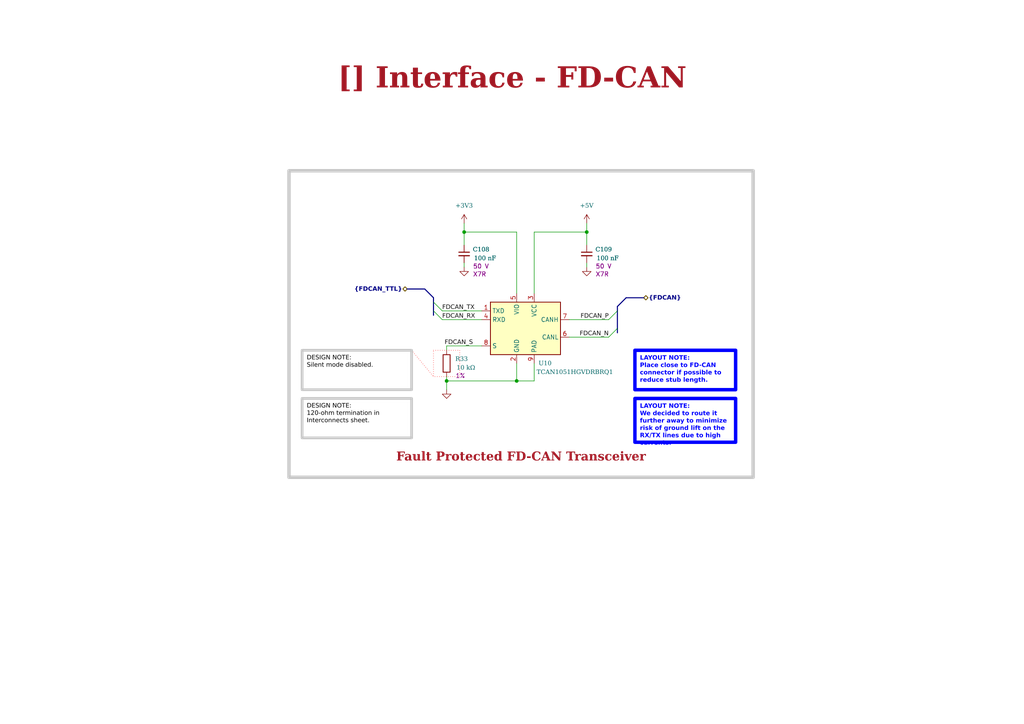
<source format=kicad_sch>
(kicad_sch (version 20231120) (generator "eeschema") (generator_version "8.0")
  (paper "A4")
  (title_block (title "Interface - FD-CAN") (date "2023-10-15") (rev "${REVISION}") (company "${COMPANY}"))
  (lib_symbols
    (symbol "0_interface_can:TCAN1051HGVDRBRQ1"
      (property "Reference" "U" (at 0 0 0))
      (property "Value" "TCAN1051HGVDRBRQ1" (at 0 0 0))
      (symbol "TCAN1051HGVDRBRQ1_0_1"
        (rectangle (start -10.16 7.62) (end 10.16 -7.62) (stroke (width 0.254)) (fill (type background)))
      )
      (symbol "TCAN1051HGVDRBRQ1_1_1"
        (pin input line (at -12.7 5.08 0) (length 2.54) (name "TXD") (number "1"))
        (pin power_in line (at -2.54 -10.16 90) (length 2.54) (name "GND") (number "2"))
        (pin power_in line (at 2.54 10.16 270) (length 2.54) (name "VCC") (number "3"))
        (pin output line (at -12.7 2.54 0) (length 2.54) (name "RXD") (number "4"))
        (pin power_in line (at -2.54 10.16 270) (length 2.54) (name "VIO") (number "5"))
        (pin bidirectional line (at 12.7 -2.54 180) (length 2.54) (name "CANL") (number "6"))
        (pin bidirectional line (at 12.7 2.54 180) (length 2.54) (name "CANH") (number "7"))
        (pin input line (at -12.7 -5.08 0) (length 2.54) (name "S") (number "8"))
        (pin passive line (at 2.54 -10.16 90) (length 2.54) (name "PAD") (number "9"))
      )
    )
    (symbol "Device:C_Small" (pin_numbers hide) (pin_names (offset 0.254) hide)
      (property "Reference" "C" (at 0.254 1.778 0))
      (property "Value" "C_Small" (at 0.254 -2.032 0))
      (symbol "C_Small_0_1"
        (polyline (pts (xy -1.524 -0.508) (xy 1.524 -0.508)) (stroke (width 0.3302)))
        (polyline (pts (xy -1.524 0.508) (xy 1.524 0.508)) (stroke (width 0.3048)))
      )
      (symbol "C_Small_1_1"
        (pin passive line (at 0 2.54 270) (length 2.032) (name "~") (number "1"))
        (pin passive line (at 0 -2.54 90) (length 2.032) (name "~") (number "2"))
      )
    )
    (symbol "Device:R" (pin_numbers hide) (pin_names (offset 0))
      (property "Reference" "R" (at 2.032 0 90))
      (property "Value" "R" (at 0 0 90))
      (symbol "R_0_1"
        (rectangle (start -1.016 -2.54) (end 1.016 2.54) (stroke (width 0.254)))
      )
      (symbol "R_1_1"
        (pin passive line (at 0 3.81 270) (length 1.27) (name "~") (number "1"))
        (pin passive line (at 0 -3.81 90) (length 1.27) (name "~") (number "2"))
      )
    )
    (symbol "power:+3V3" (power) (pin_names (offset 0))
      (property "Value" "+3V3" (at 0 3.556 0))
      (symbol "+3V3_0_1"
        (polyline (pts (xy -0.762 1.27) (xy 0 2.54)))
        (polyline (pts (xy 0 0) (xy 0 2.54)))
        (polyline (pts (xy 0 2.54) (xy 0.762 1.27)))
      )
      (symbol "+3V3_1_1"
        (pin power_in line (at 0 0 90) (length 0) hide (name "+3V3") (number "1"))
      )
    )
    (symbol "power:+5V" (power) (pin_names (offset 0))
      (property "Value" "+5V" (at 0 3.556 0))
      (symbol "+5V_0_1"
        (polyline (pts (xy -0.762 1.27) (xy 0 2.54)))
        (polyline (pts (xy 0 0) (xy 0 2.54)))
        (polyline (pts (xy 0 2.54) (xy 0.762 1.27)))
      )
      (symbol "+5V_1_1"
        (pin power_in line (at 0 0 90) (length 0) hide (name "+5V") (number "1"))
      )
    )
    (symbol "power:GND" (power) (pin_names (offset 0))
      (property "Value" "GND" (at 0 -3.81 0))
      (symbol "GND_0_1"
        (polyline (pts (xy 0 0) (xy 0 -1.27) (xy 1.27 -1.27) (xy 0 -2.54) (xy -1.27 -1.27) (xy 0 -1.27)))
      )
      (symbol "GND_1_1"
        (pin power_in line (at 0 0 270) (length 0) hide (name "GND") (number "1"))
      )
    )
  )
  (junction (at 134.62 67.31))
  (junction (at 149.86 110.49))
  (junction (at 170.18 67.31))
  (junction (at 129.54 110.49))
  (bus_entry (at 179.07 95.25) (size -2.54 2.54))
  (bus_entry (at 179.07 90.17) (size -2.54 2.54))
  (bus_entry (at 125.73 87.63) (size 2.54 2.54))
  (bus_entry (at 125.73 90.17) (size 2.54 2.54))
  (wire (pts (xy 129.54 110.49) (xy 149.86 110.49)))
  (bus (pts (xy 179.07 90.17) (xy 179.07 95.25)))
  (wire (pts (xy 170.18 64.77) (xy 170.18 67.31)))
  (bus (pts (xy 179.07 88.9) (xy 179.07 90.17)))
  (bus (pts (xy 181.61 86.36) (xy 179.07 88.9)))
  (bus (pts (xy 123.19 83.82) (xy 125.73 86.36)))
  (wire (pts (xy 170.18 71.12) (xy 170.18 67.31)))
  (wire (pts (xy 129.54 100.33) (xy 139.7 100.33)))
  (wire (pts (xy 176.53 92.71) (xy 165.1 92.71)))
  (wire (pts (xy 149.86 110.49) (xy 154.94 110.49)))
  (bus (pts (xy 179.07 95.25) (xy 179.07 96.52)))
  (bus (pts (xy 125.73 86.36) (xy 125.73 87.63)))
  (wire (pts (xy 170.18 67.31) (xy 154.94 67.31)))
  (wire (pts (xy 128.27 92.71) (xy 139.7 92.71)))
  (wire (pts (xy 128.27 90.17) (xy 139.7 90.17)))
  (wire (pts (xy 134.62 77.47) (xy 134.62 76.2)))
  (wire (pts (xy 154.94 67.31) (xy 154.94 85.09)))
  (bus (pts (xy 125.73 87.63) (xy 125.73 90.17)))
  (wire (pts (xy 149.86 105.41) (xy 149.86 110.49)))
  (wire (pts (xy 134.62 71.12) (xy 134.62 67.31)))
  (bus (pts (xy 186.69 86.36) (xy 181.61 86.36)))
  (wire (pts (xy 170.18 77.47) (xy 170.18 76.2)))
  (bus (pts (xy 125.73 90.17) (xy 125.73 91.44)))
  (wire (pts (xy 176.53 97.79) (xy 165.1 97.79)))
  (wire (pts (xy 129.54 101.6) (xy 129.54 100.33)))
  (bus (pts (xy 118.11 83.82) (xy 123.19 83.82)))
  (wire (pts (xy 149.86 67.31) (xy 149.86 85.09)))
  (wire (pts (xy 129.54 113.03) (xy 129.54 110.49)))
  (wire (pts (xy 129.54 109.22) (xy 129.54 110.49)))
  (wire (pts (xy 154.94 110.49) (xy 154.94 105.41)))
  (wire (pts (xy 134.62 64.77) (xy 134.62 67.31)))
  (polyline (pts (xy 119.38 101.6) (xy 125.73 109.22)) (stroke (width 0) (type dot) (color 255 0 0 1)))
  (wire (pts (xy 134.62 67.31) (xy 149.86 67.31)))
  (rectangle (start 83.82 49.53) (end 218.44 138.43) (stroke (width 1) (color 200 200 200 1)))
  (rectangle (start 125.73 101.6) (end 133.35 109.22) (stroke (width 0) (type dot) (color 255 0 0 1)))
  (text_box "LAYOUT NOTE:\nPlace close to FD-CAN connector if possible to reduce stub length." (at 184.15 101.6 0) (size 29.21 11.43) (stroke (width 1) (color 0 0 255 1)) (effects (font (size 1.27 1.27) (thickness 0.4) (bold yes)) (justify left top)))
  (text_box "LAYOUT NOTE:\nWe decided to route it further away to minimize risk of ground lift on the RX/TX lines due to high currents." (at 184.15 115.57 0) (size 29.21 12.7) (stroke (width 1) (color 0 0 255 1)) (effects (font (size 1.27 1.27) (thickness 0.4) (bold yes)) (justify left top)))
  (text_box "DESIGN NOTE:\n120-ohm termination in Interconnects sheet." (at 87.63 115.57 0) (size 31.75 11.43) (stroke (width 0.8) (color 200 200 200 1)) (effects (font (size 1.27 1.27)) (justify left top)))
  (text_box "[${#}] ${TITLE}" (at 80.01 16.51 0) (size 137.16 12.7) (stroke (width -0.0001)) (effects (font (size 6 6) (thickness 1.2) (bold yes))))
  (text_box "Fault Protected FD-CAN Transceiver" (at 85.09 127 0) (size 132.08 8.89) (stroke (width -0.0001)) (effects (font (size 2.54 2.54) (thickness 0.508) (bold yes)) (justify bottom)))
  (text_box "DESIGN NOTE:\nSilent mode disabled." (at 87.63 101.6 0) (size 31.75 11.43) (stroke (width 0.8) (color 200 200 200 1)) (effects (font (size 1.27 1.27)) (justify left top)))
  (label "FDCAN_TX" (at 128.27 90.17 0))
  (label "FDCAN_S" (at 137.16 100.33 180))
  (label "FDCAN_P" (at 176.53 92.71 180))
  (label "FDCAN_RX" (at 128.27 92.71 0))
  (label "FDCAN_N" (at 176.53 97.79 180))
  (hierarchical_label "{FDCAN_TTL}" (shape bidirectional) (at 118.11 83.82 180) (effects (font (bold yes))))
  (hierarchical_label "{FDCAN}" (shape bidirectional) (at 186.69 86.36 0) (effects (font (bold yes))))
  (symbol (lib_id "0_interface_can:TCAN1051HGVDRBRQ1") (at 152.4 95.25 0) (unit 1)
    (property "Reference" "U10" (at 156.21 105.41 0) (effects (justify left)))
    (property "Value" "TCAN1051HGVDRBRQ1" (at 156.21 107.95 0) (effects (justify left)))
    (property "Footprint" "0_package_SON:HVSON-8-1EP_3x3mm_P0.65mm_EP1.6x2.4mm_ThermalVias" (effects (hide yes)))
    (property "Datasheet" "https://www.ti.com/general/docs/suppproductinfo.tsp?distId=10&gotoUrl=https%3A%2F%2Fwww.ti.com%2Flit%2Fgpn%2Ftcan1051-q1" (effects (hide yes)))
    (property "Description" "TCAN1051-Q1 Automotive Fault Protected CAN Transceiver with CAN FD" (effects (hide yes)))
    (property "Supplier 1" "Digikey" (effects (hide yes)))
    (property "Supplier Part Number 1" "296-TCAN1051HGVDRBRQ1CT-ND" (effects (hide yes)))
    (property "manf" "Texas Instruments" (effects (hide yes)))
    (property "manf#" "TCAN1051HGVDRBRQ1" (effects (hide yes)))
    (property "Manufacturer" "Texas Instruments" (effects (hide yes)))
    (property "Manufacturer Part Number" "TCAN1051HGVDRBRQ1" (effects (hide yes)))
  )
  (symbol (lib_id "power:+3V3") (at 134.62 64.77 0) (unit 1)
    (property "Reference" "#PWR056" (effects (hide yes)))
    (property "Value" "+3V3" (at 134.62 59.69 0))
  )
  (symbol (lib_id "power:GND") (at 129.54 113.03 0) (unit 1)
    (property "Reference" "#PWR055" (effects (hide yes)))
    (property "Value" "GND" (effects (hide yes)))
  )
  (symbol (lib_id "power:GND") (at 134.62 77.47 0) (unit 1)
    (property "Reference" "#PWR057" (effects (hide yes)))
    (property "Value" "GND" (effects (hide yes)))
  )
  (symbol (lib_id "power:GND") (at 170.18 77.47 0) (mirror y) (unit 1)
    (property "Reference" "#PWR059" (effects (hide yes)))
    (property "Value" "GND" (effects (hide yes)))
  )
  (symbol (lib_id "Device:C_Small") (at 170.18 73.66 0) (unit 1)
    (property "Reference" "C109" (at 172.72 72.3963 0) (effects (justify left)))
    (property "Value" "100 nF" (at 172.72 74.9363 0) (effects (justify left)))
    (property "Footprint" "0_capacitor_smd:C_0402_1005_DensityHigh" (effects (hide yes)))
    (property "Datasheet" "https://search.murata.co.jp/Ceramy/image/img/A01X/G101/ENG/GCM155R71H104KE02-01.pdf" (effects (hide yes)))
    (property "Description" "0.1 µF ±10% 50V Ceramic Capacitor X7R 0402 (1005 Metric)" (effects (hide yes)))
    (property "Supplier 1" "Digikey" (effects (hide yes)))
    (property "Supplier Part Number 1" "490-14514-1-ND" (effects (hide yes)))
    (property "manf" "Murata Electronics" (effects (hide yes)))
    (property "manf#" "GCM155R71H104KE02J" (effects (hide yes)))
    (property "Manufacturer" "Murata Electronics" (effects (hide yes)))
    (property "Manufacturer Part Number" "GCM155R71H104KE02J" (effects (hide yes)))
    (property "voltage" "50 V" (at 172.72 77.2223 0) (effects (justify left)))
    (property "temp_coef" "X7R" (at 172.72 79.5083 0) (effects (justify left)))
  )
  (symbol (lib_id "power:+5V") (at 170.18 64.77 0) (unit 1)
    (property "Reference" "#PWR058" (effects (hide yes)))
    (property "Value" "+5V" (at 170.18 59.69 0))
  )
  (symbol (lib_id "Device:C_Small") (at 134.62 73.66 0) (unit 1)
    (property "Reference" "C108" (at 137.16 72.3963 0) (effects (justify left)))
    (property "Value" "100 nF" (at 137.16 74.9363 0) (effects (justify left)))
    (property "Footprint" "0_capacitor_smd:C_0402_1005_DensityHigh" (effects (hide yes)))
    (property "Datasheet" "https://search.murata.co.jp/Ceramy/image/img/A01X/G101/ENG/GCM155R71H104KE02-01.pdf" (effects (hide yes)))
    (property "Description" "0.1 µF ±10% 50V Ceramic Capacitor X7R 0402 (1005 Metric)" (effects (hide yes)))
    (property "Supplier 1" "Digikey" (effects (hide yes)))
    (property "Supplier Part Number 1" "490-14514-1-ND" (effects (hide yes)))
    (property "manf" "Murata Electronics" (effects (hide yes)))
    (property "manf#" "GCM155R71H104KE02J" (effects (hide yes)))
    (property "Manufacturer" "Murata Electronics" (effects (hide yes)))
    (property "Manufacturer Part Number" "GCM155R71H104KE02J" (effects (hide yes)))
    (property "voltage" "50 V" (at 137.16 77.2223 0) (effects (justify left)))
    (property "temp_coef" "X7R" (at 137.16 79.5083 0) (effects (justify left)))
  )
  (symbol (lib_id "Device:R") (at 129.54 105.41 0) (unit 1)
    (property "Reference" "R33" (at 132.08 104.14 0) (effects (justify left)))
    (property "Value" "10 kΩ" (at 132.08 106.68 0) (effects (justify left)))
    (property "Footprint" "0_resistor_smd:R_0402_1005_DensityHigh" (effects (hide yes)))
    (property "Datasheet" "https://www.yageo.com/upload/media/product/app/datasheet/rchip/pyu-rt_1-to-0.01_rohs_l.pdf" (effects (hide yes)))
    (property "Description" "10 kOhms ±1% 0.063W, 1/16W Chip Resistor 0402 (1005 Metric) Thin Film" (effects (hide yes)))
    (property "Supplier 1" "Digikey" (effects (hide yes)))
    (property "Supplier Part Number 1" "YAG1233CT-ND" (effects (hide yes)))
    (property "manf" "YAGEO" (effects (hide yes)))
    (property "manf#" "RT0402FRE0710KL" (effects (hide yes)))
    (property "Manufacturer" "YAGEO" (effects (hide yes)))
    (property "Manufacturer Part Number" "RT0402FRE0710KL" (effects (hide yes)))
    (property "tolerance" "1%" (at 132.08 108.96600000000001 0) (effects (justify left)))
  )
)
</source>
